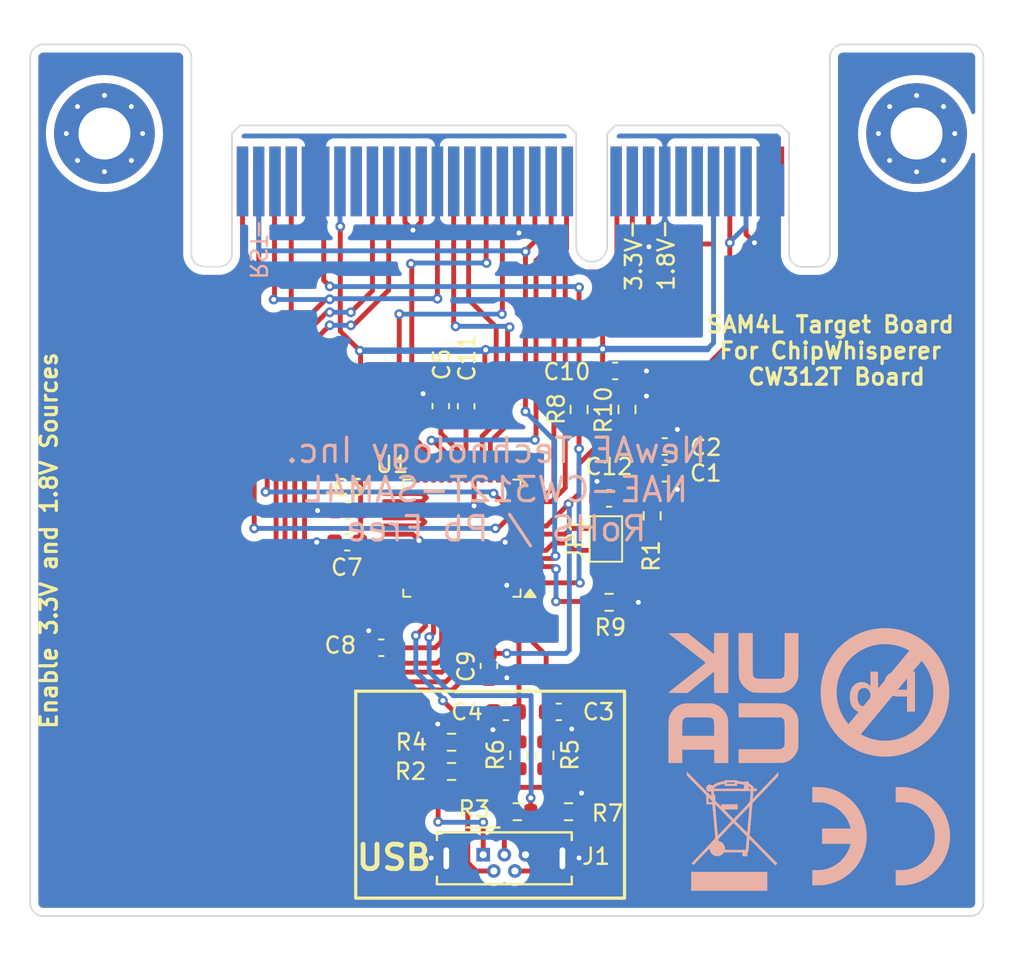
<source format=kicad_pcb>
(kicad_pcb (version 20240108) (generator "pcbnew") (generator_version "8.0")
  (layers (0 "F.Cu" signal) (31 "B.Cu" signal) (34 "B.Paste" user) (35 "F.Paste" user) (36 "B.SilkS" user "B.Silkscreen") (37 "F.SilkS" user "F.Silkscreen") (38 "B.Mask" user) (39 "F.Mask" user) (44 "Edge.Cuts" user))
  (net 0 "")
  (net 1 "/SHUNTH")
  (net 2 "GND")
  (net 3 "/USB_P")
  (net 4 "/USB_N")
  (net 5 "+3V3")
  (net 6 "Net-(U1-VDDOUT)")
  (net 7 "/ID")
  (net 8 "/D-")
  (net 9 "/+5")
  (net 10 "/D+")
  (net 11 "/SHUNTL")
  (net 12 "Net-(P1-FILTIN)")
  (net 21 "/PA05")
  (net 23 "/TMS")
  (net 24 "/USART_TX")
  (net 26 "/TDO{slash}SCK")
  (net 30 "/MISO")
  (net 33 "/TCK")
  (net 37 "/MOSI")
  (net 39 "/PA08")
  (net 44 "/RST")
  (net 45 "/CLKIN")
  (net 46 "/PA06")
  (net 49 "/PA07")
  (net 52 "/PA04")
  (net 53 "/TDI")
  (net 54 "/USART_RX")
  (net 55 "/PA19")
  (net 56 "/PA20")
  (net 57 "Net-(U1-PA00)")
  (net 58 "Net-(U1-PA02)")
  (net 59 "Net-(U1-CAPH)")
  (net 65 "Net-(U1-BIASH)")
  (footprint "Resistor_SMD:R_0603_1608Metric" (layer "F.Cu") (at 142.59 101.825 -90)
    (property "Reference" "R6")
    (property "Value" "RES_33R_0603")
  )
  (footprint "Capacitor_SMD:C_0603_1608Metric" (layer "F.Cu") (at 139.35 80.325 -90)
    (property "Reference" "C11")
    (property "Value" "CAP_100n_10V_0603")
  )
  (footprint "Capacitor_SMD:C_0603_1608Metric" (layer "F.Cu") (at 132.075 86.75)
    (property "Reference" "C6")
    (property "Value" "CAP_100n_10V_0603")
  )
  (footprint "Resistor_SMD:R_0603_1608Metric" (layer "F.Cu") (at 148.15 92.4 180)
    (property "Reference" "R9")
    (property "Value" "RES_10k_0603")
  )
  (footprint "Resistor_SMD:R_0603_1608Metric" (layer "F.Cu") (at 138.45 102.82 180)
    (property "Reference" "R2")
    (property "Value" "RES_47k_0603")
  )
  (footprint "Capacitor_SMD:C_0603_1608Metric" (layer "F.Cu") (at 141.8 99.15)
    (property "Reference" "C4")
    (property "Value" "CAP_47p_50V_0603")
  )
  (footprint "Silkscrren_Symbols:CE-Logo_8.5x6mm_SilkScreen" (layer "F.Cu") (at 164.9 106.8)
    (property "Reference" "PCB1" (hide yes))
    (property "Value" "CE Symbol" (hide yes))
  )
  (footprint "Capacitor_SMD:C_0603_1608Metric" (layer "F.Cu") (at 134.125 95.2)
    (property "Reference" "C8")
    (property "Value" "CAP_100n_10V_0603")
  )
  (footprint "Capacitor_SMD:C_0603_1608Metric" (layer "F.Cu") (at 151.575 82.8)
    (property "Reference" "C2")
    (property "Value" "CAP_2u2_6.3V_0603")
  )
  (footprint "Connector_USB:USB_Micro-B_Wuerth_614105150721_Vertical" (layer "F.Cu") (at 140.4 107.95)
    (property "Reference" "J1")
    (property "Value" "614105150721")
  )
  (footprint "Resistor_SMD:R_0603_1608Metric" (layer "F.Cu") (at 142.5 105.3)
    (property "Reference" "R3")
    (property "Value" "RES_1k5_0603")
  )
  (footprint "Jumper:SolderJumper-2_P1.3mm_Open_Pad1.0x1.5mm" (layer "F.Cu") (at 147.95 88.500001 -90)
    (property "Reference" "JP1")
    (property "Value" "~")
  )
  (footprint "Resistor_SMD:R_0603_1608Metric" (layer "F.Cu") (at 144.2 101.825 -90)
    (property "Reference" "R5")
    (property "Value" "RES_33R_0603")
  )
  (footprint "tutorial_2_library:CW312_Template" (layer "F.Cu") (at 117.08 63.525)
    (property "Reference" "P1" (hide yes))
    (property "Value" "PCIEx4 EDGE CONNECTOR")
    (fp_line (start -4.57 -4.69) (end -4.57 47.4) (stroke (width 0.1)) (layer "Edge.Cuts"))
    (fp_line (start 4.55 -5.49) (end -3.77 -5.49) (stroke (width 0.1)) (layer "Edge.Cuts"))
    (fp_line (start 5.35 7.4) (end 5.35 -4.69) (stroke (width 0.1)) (layer "Edge.Cuts"))
    (fp_line (start 7.05 8.2) (end 6.15 8.2) (stroke (width 0.1)) (layer "Edge.Cuts"))
    (fp_line (start 7.85 0) (end 8.35 -0.5) (stroke (width 0.1)) (layer "Edge.Cuts"))
    (fp_line (start 7.85 7.4) (end 7.85 0) (stroke (width 0.1)) (layer "Edge.Cuts"))
    (fp_line (start 28.55 -0.5) (end 8.35 -0.5) (stroke (width 0.1)) (layer "Edge.Cuts"))
    (fp_line (start 29.05 0) (end 28.55 -0.5) (stroke (width 0.1)) (layer "Edge.Cuts"))
    (fp_line (start 29.05 6.95) (end 29.05 0) (stroke (width 0.1)) (layer "Edge.Cuts"))
    (fp_line (start 30.95 0) (end 31.45 -0.5) (stroke (width 0.1)) (layer "Edge.Cuts"))
    (fp_line (start 30.95 6.95) (end 30.95 0) (stroke (width 0.1)) (layer "Edge.Cuts"))
    (fp_line (start 41.65 -0.5) (end 31.45 -0.5) (stroke (width 0.1)) (layer "Edge.Cuts"))
    (fp_line (start 42.15 0) (end 41.65 -0.5) (stroke (width 0.1)) (layer "Edge.Cuts"))
    (fp_line (start 42.15 7.41) (end 42.15 0) (stroke (width 0.1)) (layer "Edge.Cuts"))
    (fp_line (start 42.95 8.21) (end 43.86 8.21) (stroke (width 0.1)) (layer "Edge.Cuts"))
    (fp_line (start 44.66 7.41) (end 44.66 -4.69) (stroke (width 0.1)) (layer "Edge.Cuts"))
    (fp_line (start 45.46 -5.49) (end 53.31 -5.49) (stroke (width 0.1)) (layer "Edge.Cuts"))
    (fp_line (start 53.31 48.2) (end -3.77 48.2) (stroke (width 0.1)) (layer "Edge.Cuts"))
    (fp_line (start 54.11 -4.69) (end 54.11 47.4) (stroke (width 0.1)) (layer "Edge.Cuts"))
    (fp_arc (start -4.57 -4.69) (mid -4.335685 -5.255685) (end -3.77 -5.49) (stroke (width 0.1)) (layer "Edge.Cuts"))
    (fp_arc (start -3.77 48.2) (mid -4.335685 47.965685) (end -4.57 47.4) (stroke (width 0.1)) (layer "Edge.Cuts"))
    (fp_arc (start 4.55 -5.49) (mid 5.115685 -5.255685) (end 5.35 -4.69) (stroke (width 0.1)) (layer "Edge.Cuts"))
    (fp_arc (start 6.15 8.2) (mid 5.584315 7.965685) (end 5.35 7.4) (stroke (width 0.1)) (layer "Edge.Cuts"))
    (fp_arc (start 7.85 7.4) (mid 7.615685 7.965685) (end 7.05 8.2) (stroke (width 0.1)) (layer "Edge.Cuts"))
    (fp_arc (start 30.95 6.95) (mid 30 7.9) (end 29.05 6.95) (stroke (width 0.1)) (layer "Edge.Cuts"))
    (fp_arc (start 42.95 8.21) (mid 42.384315 7.975685) (end 42.15 7.41) (stroke (width 0.1)) (layer "Edge.Cuts"))
    (fp_arc (start 44.66 -4.69) (mid 44.894315 -5.255685) (end 45.46 -5.49) (stroke (width 0.1)) (layer "Edge.Cuts"))
    (fp_arc (start 44.66 7.41) (mid 44.425685 7.975685) (end 43.86 8.21) (stroke (width 0.1)) (layer "Edge.Cuts"))
    (fp_arc (start 53.31 -5.49) (mid 53.875685 -5.255685) (end 54.11 -4.69) (stroke (width 0.1)) (layer "Edge.Cuts"))
    (fp_arc (start 54.11 47.4) (mid 53.875685 47.965685) (end 53.31 48.2) (stroke (width 0.1)) (layer "Edge.Cuts"))
  )
  (footprint "Silkscrren_Symbols:Pb_Free_8.0x8.0mm_SilkScreen" (layer "F.Cu") (at 164.4 97.95)
    (property "Reference" "PCB2" (hide yes))
    (property "Value" "Pb_Free Symbol" (hide yes))
  )
  (footprint "Capacitor_SMD:C_0603_1608Metric" (layer "F.Cu") (at 151.575 84.45 180)
    (property "Reference" "C1")
    (property "Value" "CAP_100n_10V_0603")
  )
  (footprint "Capacitor_SMD:C_0603_1608Metric" (layer "F.Cu") (at 137.784949 80.314435 -90)
    (property "Reference" "C5")
    (property "Value" "CAP_100n_10V_0603")
  )
  (footprint "Capacitor_SMD:C_0603_1608Metric" (layer "F.Cu") (at 148.15 86 180)
    (property "Reference" "C12")
    (property "Value" "CAP_2u2_6.3V_0603")
  )
  (footprint "Resistor_SMD:R_0603_1608Metric" (layer "F.Cu") (at 149.25 80.525 90)
    (property "Reference" "R10")
    (property "Value" "RES_2k2_0603")
  )
  (footprint "Resistor_SMD:R_0603_1608Metric" (layer "F.Cu") (at 138.45 101.02)
    (property "Reference" "R4")
    (property "Value" "RES_68k_0603")
  )
  (footprint "Silkscrren_Symbols:WEEE-Logo_5.6x8mm_SilkScreen" (layer "F.Cu") (at 154.666666 106.153985)
    (property "Reference" "PCB4" (hide yes))
    (property "Value" "WEEE SYMBOL" (hide yes))
  )
  (footprint "Resistor_SMD:R_0603_1608Metric" (layer "F.Cu") (at 146.3 80.525 90)
    (property "Reference" "R8")
    (property "Value" "RES_51R_0603")
  )
  (footprint "Resistor_SMD:R_0603_1608Metric" (layer "F.Cu") (at 145.65 105.3 180)
    (property "Reference" "R7")
    (property "Value" "RES_1k5_0603")
  )
  (footprint "Resistor_SMD:R_0603_1608Metric" (layer "F.Cu") (at 150.8 87.075 90)
    (property "Reference" "R1")
    (property "Value" "RES_10R_0603")
  )
  (footprint "Capacitor_SMD:C_0603_1608Metric" (layer "F.Cu") (at 132.025 88.7)
    (property "Reference" "C7")
    (property "Value" "CAP_100n_10V_0603")
  )
  (footprint "Silkscrren_Symbols:UKCA-Logo_8x8mm_SilkScreen" (layer "F.Cu") (at 155.169899 98.300334)
    (property "Reference" "PCB3" (hide yes))
    (property "Value" "UKCA symbol" (hide yes))
  )
  (footprint "Package_QFP:LQFP-48_7x7mm_P0.5mm" (layer "F.Cu") (at 139.0875 88.45 180)
    (property "Reference" "U1")
    (property "Value" "ATSAM4LC2AA-AU")
  )
  (footprint "Capacitor_SMD:C_0603_1608Metric" (layer "F.Cu") (at 140.75 96.325 90)
    (property "Reference" "C9")
    (property "Value" "CAP_100n_10V_0603")
  )
  (footprint "Capacitor_SMD:C_0603_1608Metric" (layer "F.Cu") (at 148.525 78.15 180)
    (property "Reference" "C10")
    (property "Value" "CAP_100n_10V_0603")
  )
  (footprint "Capacitor_SMD:C_0603_1608Metric" (layer "F.Cu") (at 145.05 99.15 180)
    (property "Reference" "C3")
    (property "Value" "CAP_47p_50V_0603")
  )
  (gr_line (start 126.6 69.05) (end 126.6 69.8) (stroke (width 0.15)) (layer "B.SilkS"))
  (gr_line (start 149.6 69.05) (end 149.6 69.8) (stroke (width 0.15)) (layer "F.SilkS"))
  (gr_line (start 151.6 69.05) (end 151.6 69.8) (stroke (width 0.15)) (layer "F.SilkS"))
  (gr_rect (start 132.55 97.875) (end 149.1 110.625) (stroke (width 0.2)) (fill none) (layer "F.SilkS"))
  (gr_text "RST" (at 125.95 72.6 -90) (layer "B.SilkS") (effects (font (size 1 1)) (justify left bottom mirror)))
  (gr_text "NewAE Technology Inc.\nNAE-CW312T-SAM4L\nRoHS / Pb Free" (at 141.2 88.75 0) (layer "B.SilkS") (effects (font (size 1.5 1.5) (thickness 0.2) (bold yes)) (justify bottom mirror)))
  (gr_text "Enable 3.3V and 1.8V Sources" (at 114.25 100.3 90) (layer "F.SilkS") (effects (font (size 1 1) (thickness 0.2) (bold yes)) (justify left bottom)))
  (gr_text "3.3V" (at 150.25 73.3 90) (layer "F.SilkS") (effects (font (size 1 1)) (justify left bottom)))
  (gr_text "USB" (at 132.45 109 0) (layer "F.SilkS") (effects (font (size 1.5 1.5) (thickness 0.3) (bold yes)) (justify left bottom)))
  (gr_text "1.8V" (at 152.25 73.3 90) (layer "F.SilkS") (effects (font (size 1 1)) (justify left bottom)))
  (gr_text "SAM4L Target Board \nFor ChipWhisperer \nCW312T Board" (at 162.15 79.1 0) (layer "F.SilkS") (effects (font (size 1 1) (thickness 0.2) (bold yes)) (justify bottom)))
  (segment (start 157.6 66.495) (end 157.58 66.475) (width 0.2) (layer "F.Cu") (net 1))
  (segment (start 150.8 81.2) (end 150.8 82.8) (width 0.3) (layer "F.Cu") (net 1))
  (segment (start 150.8 82.8) (end 150.8 84.45) (width 0.3) (layer "F.Cu") (net 1))
  (segment (start 150.8 86.65) (end 150.95 86.8) (width 0.2) (layer "F.Cu") (net 1))
  (segment (start 155.58 76.42) (end 150.8 81.2) (width 0.3) (layer "F.Cu") (net 1))
  (segment (start 155.58 70.25) (end 155.58 76.42) (width 0.3) (layer "F.Cu") (net 1))
  (segment (start 155.58 66.475) (end 155.58 70.25) (width 0.3) (layer "F.Cu") (net 1))
  (segment (start 155.1 86.8) (end 158.18 83.72) (width 0.2) (layer "F.Cu") (net 1))
  (segment (start 158.18 83.72) (end 158.18 70.28) (width 0.2) (layer "F.Cu") (net 1))
  (segment (start 150.8 84.45) (end 150.8 86.25) (width 0.3) (layer "F.Cu") (net 1))
  (segment (start 158.18 70.28) (end 157.6 69.7) (width 0.2) (layer "F.Cu") (net 1))
  (segment (start 150.95 86.8) (end 155.1 86.8) (width 0.2) (layer "F.Cu") (net 1))
  (segment (start 157.6 69.7) (end 157.6 66.495) (width 0.2) (layer "F.Cu") (net 1))
  (segment (start 150.8 86.25) (end 150.8 86.65) (width 0.2) (layer "F.Cu") (net 1))
  (via (at 155.58 70.25) (size 0.6) (drill 0.3) (layers "F.Cu" "B.Cu") (net 1))
  (segment (start 155.58 70.25) (end 155.58 70.22) (width 0.3) (layer "B.Cu") (net 1))
  (segment (start 155.58 70.22) (end 156.58 69.22) (width 0.3) (layer "B.Cu") (net 1))
  (segment (start 156.58 69.22) (end 156.58 66.475) (width 0.3) (layer "B.Cu") (net 1))
  (segment (start 152.35 82.8) (end 152.35 81.75) (width 0.3) (layer "F.Cu") (net 2))
  (segment (start 149.25 79.7) (end 150.45 79.7) (width 0.3) (layer "F.Cu") (net 2))
  (segment (start 131.3 86.75) (end 130.2 86.75) (width 0.3) (layer "F.Cu") (net 2))
  (segment (start 131.25 88.7) (end 130.15 88.7) (width 0.3) (layer "F.Cu") (net 2))
  (segment (start 145.825 100.175) (end 145.85 100.2) (width 0.2) (layer "F.Cu") (net 2))
  (segment (start 143.25 88.7) (end 141.75 88.7) (width 0.3) (layer "F.Cu") (net 2))
  (segment (start 142.58 66.475) (end 142.58 69.63) (width 0.3) (layer "F.Cu") (net 2))
  (segment (start 150.58 66.475) (end 150.58 70.48) (width 0.3) (layer "F.Cu") (net 2))
  (segment (start 146.475 104.175) (end 146.45 104.15) (width 0.2) (layer "F.Cu") (net 2))
  (segment (start 140.75 97.1) (end 141.8 97.1) (width 0.3) (layer "F.Cu") (net 2))
  (segment (start 147.4 84.95) (end 147.375 84.975) (width 0.3) (layer "F.Cu") (net 2))
  (segment (start 149.2 79.65) (end 149.25 79.7) (width 0.2) (layer "F.Cu") (net 2))
  (segment (start 137.625 101.02) (end 137.625 99.925) (width 0.3) (layer "F.Cu") (net 2))
  (segment (start 139.8375 86.4625) (end 139.8375 84.2875) (width 0.3) (layer "F.Cu") (net 2))
  (segment (start 141.8 97.1) (end 141.85 97.05) (width 0.2) (layer "F.Cu") (net 2))
  (segment (start 142.58 69.63) (end 142.6 69.65) (width 0.3) (layer "F.Cu") (net 2))
  (segment (start 136.58 68.97) (end 136.58 66.475) (width 0.3) (layer "F.Cu") (net 2))
  (segment (start 137.795514 79.55) (end 137.784949 79.539435) (width 0.2) (layer "F.Cu") (net 2))
  (segment (start 149.3 78.15) (end 150.45 78.15) (width 0.3) (layer "F.Cu") (net 2))
  (segment (start 156.58 69.73) (end 157.1 70.25) (width 0.3) (layer "F.Cu") (net 2))
  (segment (start 152.35 84.45) (end 152.35 85.45) (width 0.3) (layer "F.Cu") (net 2))
  (segment (start 146.475 105.3) (end 146.475 104.175) (width 0.3) (layer "F.Cu") (net 2))
  (segment (start 136.05 88.2) (end 136.45 88.6) (width 0.3) (layer "F.Cu") (net 2))
  (segment (start 138.125 108.17) (end 137.22 108.17) (width 0.3) (layer "F.Cu") (net 2))
  (segment (start 137.795514 79.55) (end 136.7 79.55) (width 0.3) (layer "F.Cu") (net 2))
  (segment (start 134.925 88.2) (end 136.05 88.2) (width 0.3) (layer "F.Cu") (net 2))
  (segment (start 147.375 84.975) (end 147.375 86) (width 0.3) (layer "F.Cu") (net 2))
  (segment (start 139.35 79.55) (end 137.795514 79.55) (width 0.3) (layer "F.Cu") (net 2))
  (segment (start 156.58 66.475) (end 156.58 69.73) (width 0.3) (layer "F.Cu") (net 2))
  (segment (start 137.625 99.925) (end 137.6 99.9) (width 0.2) (layer "F.Cu") (net 2))
  (segment (start 135.58 68.98) (end 135.58 66.475) (width 0.3) (layer "F.Cu") (net 2))
  (segment (start 145.825 99.15) (end 145.825 100.175) (width 0.3) (layer "F.Cu") (net 2))
  (segment (start 141.025 100.225) (end 141 100.25) (width 0.2) (layer "F.Cu") (net 2))
  (segment (start 141.025 99.15) (end 141.025 100.225) (width 0.3) (layer "F.Cu") (net 2))
  (segment (start 133.35 95.2) (end 133.35 94.15) (width 0.3) (layer "F.Cu") (net 2))
  (segment (start 150.58 70.48) (end 150.6 70.5) (width 0.3) (layer "F.Cu") (net 2))
  (segment (start 136.075 69.475) (end 136.58 68.97) (width 0.3) (layer "F.Cu") (net 2))
  (segment (start 141.8375 92.6125) (end 141.8375 91.3625) (width 0.3) (layer "F.Cu") (net 2))
  (segment (start 137.22 108.17) (end 137.2 108.15) (width 0.2) (layer "F.Cu") (net 2))
  (segment (start 145.275 108.17) (end 146.28 108.17) (width 0.3) (layer "F.Cu") (net 2))
  (segment (start 148.975 92.4) (end 149.95 92.4) (width 0.3) (layer "F.Cu") (net 2))
  (segment (start 136.075 69.475) (end 135.58 68.98) (width 0.3) (layer "F.Cu") (net 2))
  (segment (start 141.8375 91.3625) (end 141.85 91.35) (width 0.2) (layer "F.Cu") (net 2))
  (segment (start 146.28 108.17) (end 146.3 108.15) (width 0.2) (layer "F.Cu") (net 2))
  (via (at 139.8375 86.4625) (size 0.6) (drill 0.3) (layers "F.Cu" "B.Cu") (net 2))
  (via (at 141.75 88.7) (size 0.6) (drill 0.3) (layers "F.Cu" "B.Cu") (net 2))
  (via (at 146.3 108.15) (size 0.6) (drill 0.3) (layers "F.Cu" "B.Cu") (net 2))
  (via (at 141.85 91.35) (size 0.6) (drill 0.3) (layers "F.Cu" "B.Cu") (net 2))
  (via (at 136.45 88.6) (size 0.6) (drill 0.3) (layers "F.Cu" "B.Cu") (net 2))
  (via (at 150.45 78.15) (size 0.6) (drill 0.3) (layers "F.Cu" "B.Cu") (net 2))
  (via (at 149.95 92.4) (size 0.6) (drill 0.3) (layers "F.Cu" "B.Cu") (net 2))
  (via (at 137.6 99.9) (size 0.6) (drill 0.3) (layers "F.Cu" "B.Cu") (net 2))
  (via (at 146.45 104.15) (size 0.6) (drill 0.3) (layers "F.Cu" "B.Cu") (net 2))
  (via (at 133.35 94.15) (size 0.6) (drill 0.3) (layers "F.Cu" "B.Cu") (net 2))
  (via (at 142.6 69.65) (size 0.6) (drill 0.3) (layers "F.Cu" "B.Cu") (net 2))
  (via (at 136.075 69.475) (size 0.6) (drill 0.3) (layers "F.Cu" "B.Cu") (net 2))
  (via (at 150.6 70.5) (size 0.6) (drill 0.3) (layers "F.Cu" "B.Cu") (net 2))
  (via (at 157.1 70.25) (size 0.6) (drill 0.3) (layers "F.Cu" "B.Cu") (net 2))
  (via (at 130.15 88.7) (size 0.6) (drill 0.3) (layers "F.Cu" "B.Cu") (net 2))
  (via (at 150.45 79.7) (size 0.6) (drill 0.3) (layers "F.Cu" "B.Cu") (net 2))
  (via (at 152.35 85.45) (size 0.6) (drill 0.3) (layers "F.Cu" "B.Cu") (net 2))
  (via (at 147.4 84.95) (size 0.6) (drill 0.3) (layers "F.Cu" "B.Cu") (net 2))
  (via (at 137.2 108.15) (size 0.6) (drill 0.3) (layers "F.Cu" "B.Cu") (net 2))
  (via (at 130.2 86.75) (size 0.6) (drill 0.3) (layers "F.Cu" "B.Cu") (net 2))
  (via (at 141.85 97.05) (size 0.6) (drill 0.3) (layers "F.Cu" "B.Cu") (net 2))
  (via (at 152.35 81.75) (size 0.6) (drill 0.3) (layers "F.Cu" "B.Cu") (net 2))
  (via (at 136.7 79.55) (size 0.6) (drill 0.3) (layers "F.Cu" "B.Cu") (net 2))
  (via (at 141 100.25) (size 0.6) (drill 0.3) (layers "F.Cu" "B.Cu") (net 2))
  (via (at 145.85 100.2) (size 0.6) (drill 0.3) (layers "F.Cu" "B.Cu") (net 2))
  (segment (start 141.3375 92.6125) (end 141.3375 93.830394) (width 0.3) (layer "F.Cu") (net 3))
  (segment (start 141.3375 93.830394) (end 141.557106 94.05) (width 0.3) (layer "F.Cu") (net 3))
  (segment (start 141.557106 94.05) (end 142.65 94.05) (width 0.3) (layer "F.Cu") (net 3))
  (segment (start 144.275 95.675) (end 144.275 99.15) (width 0.3) (layer "F.Cu") (net 3))
  (segment (start 144.275 99.15) (end 144.275 100.925) (width 0.3) (layer "F.Cu") (net 3))
  (segment (start 144.275 100.925) (end 144.2 101) (width 0.3) (layer "F.Cu") (net 3))
  (segment (start 142.65 94.05) (end 144.275 95.675) (width 0.3) (layer "F.Cu") (net 3))
  (segment (start 142.25 94.55) (end 142.6 94.9) (width 0.3) (layer "F.Cu") (net 4))
  (segment (start 142.575 99.15) (end 142.575 100.985) (width 0.3) (layer "F.Cu") (net 4))
  (segment (start 142.6 99.125) (end 142.575 99.15) (width 0.3) (layer "F.Cu") (net 4))
  (segment (start 140.8375 94.037501) (end 141.349999 94.55) (width 0.3) (layer "F.Cu") (net 4))
  (segment (start 141.349999 94.55) (end 142.25 94.55) (width 0.3) (layer "F.Cu") (net 4))
  (segment (start 142.575 100.985) (end 142.59 101) (width 0.3) (layer "F.Cu") (net 4))
  (segment (start 142.6 94.9) (end 142.6 99.125) (width 0.3) (layer "F.Cu") (net 4))
  (segment (start 140.8375 92.6125) (end 140.8375 94.037501) (width 0.3) (layer "F.Cu") (net 4))
  (segment (start 132.8 88.7) (end 132.8 91.7) (width 0.3) (layer "F.Cu") (net 5))
  (segment (start 132.8 76.9) (end 132.85 76.95) (width 0.3) (layer "F.Cu") (net 5))
  (segment (start 141.85 95.55) (end 140.75 95.55) (width 0.3) (layer "F.Cu") (net 5))
  (segment (start 140.45 81.1) (end 139.35 81.1) (width 0.3) (layer "F.Cu") (net 5))
  (segment (start 132.8 91.7) (end 134.9 93.8) (width 0.3) (layer "F.Cu") (net 5))
  (segment (start 137.8375 94.8125) (end 137.45 95.2) (width 0.3) (layer "F.Cu") (net 5))
  (segment (start 137.45 95.2) (end 134.9 95.2) (width 0.3) (layer "F.Cu") (net 5))
  (segment (start 132.85 86.75) (end 132.85 88.65) (width 0.3) (layer "F.Cu") (net 5))
  (segment (start 132.85 76.95) (end 132.85 86.75) (width 0.3) (layer "F.Cu") (net 5))
  (segment (start 137.8375 92.6125) (end 137.8375 94.8125) (width 0.3) (layer "F.Cu") (net 5))
  (segment (start 138.8375 84.2875) (end 138.8375 83.0375) (width 0.3) (layer "F.Cu") (net 5))
  (segment (start 137.784949 81.089435) (end 139.339435 81.089435) (width 0.3) (layer "F.Cu") (net 5))
  (segment (start 140.3375 93.45312) (end 140.337499 92.6125) (width 0.3) (layer "F.Cu") (net 5))
  (segment (start 132.85 88.65) (end 132.8 88.7) (width 0.2) (layer "F.Cu") (net 5))
  (segment (start 147.75 74.25) (end 149.58 72.42) (width 0.3) (layer "F.Cu") (net 5))
  (segment (start 134.925 88.7) (end 132.8 88.7) (width 0.3) (layer "F.Cu") (net 5))
  (segment (start 140.75 95.55) (end 140.75 94.9) (width 0.3) (layer "F.Cu") (net 5))
  (segment (start 146.3 85.7) (end 146.3 83.869239) (width 0.3) (layer "F.Cu") (net 5))
  (segment (start 134.9 93.8) (end 134.9 95.2) (width 0.3) (layer "F.Cu") (net 5))
  (segment (start 146.3 83.869239) (end 147.75 82.419239) (width 0.3) (layer "F.Cu") (net 5))
  (segment (start 138.8375 83.0375) (end 137.784949 81.984949) (width 0.3) (layer "F.Cu") (net 5))
  (segment (start 140.5 81.05) (end 140.45 81.1) (width 0.3) (layer "F.Cu") (net 5))
  (segment (start 134.925 86.7) (end 132.9 86.7) (width 0.3) (layer "F.Cu") (net 5))
  (segment (start 139.339435 81.089435) (end 139.35 81.1) (width 0.3) (layer "F.Cu") (net 5))
  (segment (start 140.3375 94.4875) (end 140.3375 93.45312) (width 0.3) (layer "F.Cu") (net 5))
  (segment (start 145.65 86.35) (end 144.3 87.7) (width 0.3) (layer "F.Cu") (net 5))
  (segment (start 137.784949 81.984949) (end 137.784949 81.089435) (width 0.3) (layer "F.Cu") (net 5))
  (segment (start 144.3 87.7) (end 143.25 87.7) (width 0.3) (layer "F.Cu") (net 5))
  (segment (start 145.65 86.35) (end 146.3 85.7) (width 0.3) (layer "F.Cu") (net 5))
  (segment (start 140.5 76.9) (end 140.5 81.05) (width 0.3) (layer "F.Cu") (net 5))
  (segment (start 131.6 75.7) (end 131.6 69.25) (width 0.3) (layer "F.Cu") (net 5))
  (segment (start 140.55 76.85) (end 140.5 76.9) (width 0.3) (layer "F.Cu") (net 5))
  (segment (start 139.3375 81.1125) (end 139.35 81.1) (width 0.2) (layer "F.Cu") (net 5))
  (segment (start 132.8 76.9) (end 131.6 75.7) (width 0.3) (layer "F.Cu") (net 5))
  (segment (start 140.75 94.9) (end 140.3375 94.4875) (width 0.3) (layer "F.Cu") (net 5))
  (segment (start 139.3375 84.2875) (end 139.3375 81.1125) (width 0.3) (layer "F.Cu") (net 5))
  (segment (start 149.58 72.42) (end 149.58 66.475) (width 0.3) (layer "F.Cu") (net 5))
  (segment (start 147.75 76.8) (end 147.75 74.25) (width 0.3) (layer "F.Cu") (net 5))
  (segment (start 137.837501 92.6125) (end 137.8375 92.6125) (width 0.3) (layer "F.Cu") (net 5))
  (segment (start 147.75 82.419239) (end 147.75 78.15) (width 0.3) (layer "F.Cu") (net 5))
  (segment (start 147.75 76.8) (end 147.75 78.15) (width 0.3) (layer "F.Cu") (net 5))
  (via (at 145.65 86.35) (size 0.6) (drill 0.3) (layers "F.Cu" "B.Cu") (net 5))
  (via (at 147.75 76.8) (size 0.6) (drill 0.3) (layers "F.Cu" "B.Cu") (net 5))
  (via (at 141.85 95.55) (size 0.6) (drill 0.3) (layers "F.Cu" "B.Cu") (net 5))
  (via (at 132.8 76.9) (size 0.6) (drill 0.3) (layers "F.Cu" "B.Cu") (net 5))
  (via (at 140.55 76.85) (size 0.6) (drill 0.3) (layers "F.Cu" "B.Cu") (net 5))
  (via (at 131.6 69.25) (size 0.6) (drill 0.3) (layers "F.Cu" "B.Cu") (net 5))
  (segment (start 131.58 69.23) (end 131.6 69.25) (width 0.2) (layer "B.Cu") (net 5))
  (segment (start 154.58 76.42) (end 154.58 66.475) (width 0.3) (layer "B.Cu") (net 5))
  (segment (start 145.5 95.55) (end 145.7 95.35) (width 0.3) (layer "B.Cu") (net 5))
  (segment (start 141.85 95.55) (end 145.5 95.55) (width 0.3) (layer "B.Cu") (net 5))
  (segment (start 145.7 95.35) (end 145.7 86.4) (width 0.3) (layer "B.Cu") (net 5))
  (segment (start 145.7 86.4) (end 145.65 86.35) (width 0.3) (layer "B.Cu") (net 5))
  (segment (start 147.7 76.85) (end 147.75 76.8) (width 0.4) (layer "B.Cu") (net 5))
  (segment (start 147.75 76.8) (end 154.2 76.8) (width 0.4) (layer "B.Cu") (net 5))
  (segment (start 140.55 76.85) (end 147.7 76.85) (width 0.4) (layer "B.Cu") (net 5))
  (segment (start 154.2 76.8) (end 154.58 76.42) (width 0.3) (layer "B.Cu") (net 5))
  (segment (start 140.4 76.9) (end 132.8 76.9) (width 0.4) (layer "B.Cu") (net 5))
  (segment (start 131.58 66.475) (end 131.58 69.23) (width 0.3) (layer "B.Cu") (net 5))
  (segment (start 149.25 81.35) (end 149.25 82.7) (width 0.3) (layer "F.Cu") (net 6))
  (segment (start 149.75 86.25) (end 149.5 86) (width 0.3) (layer "F.Cu") (net 6))
  (segment (start 149.25 82.7) (end 148.925 83.025) (width 0.3) (layer "F.Cu") (net 6))
  (segment (start 143.25 88.2) (end 145.45 88.2) (width 0.3) (layer "F.Cu") (net 6))
  (segment (start 149.4 87.8) (end 149.75 87.45) (width 0.3) (layer "F.Cu") (net 6))
  (segment (start 147.949998 87.8) (end 149.4 87.8) (width 0.3) (layer "F.Cu") (net 6))
  (segment (start 145.45 88.2) (end 145.799998 87.850002) (width 0.3) (layer "F.Cu") (net 6))
  (segment (start 148.925 83.025) (end 148.925 86) (width 0.3) (layer "F.Cu") (net 6))
  (segment (start 149.5 86) (end 148.925 86) (width 0.3) (layer "F.Cu") (net 6))
  (segment (start 145.799998 87.850002) (end 147.95 87.850002) (width 0.3) (layer "F.Cu") (net 6))
  (segment (start 149.75 87.45) (end 149.75 86.25) (width 0.3) (layer "F.Cu") (net 6))
  (segment (start 144.825 106.625) (end 144.15 107.3) (width 0.3) (layer "F.Cu") (net 7))
  (segment (start 143.85 108.95) (end 142.35 108.95) (width 0.3) (layer "F.Cu") (net 7))
  (segment (start 144.15 108.65) (end 143.85 108.95) (width 0.3) (layer "F.Cu") (net 7))
  (segment (start 144.15 107.3) (end 144.15 108.65) (width 0.3) (layer "F.Cu") (net 7))
  (segment (start 144.825 105.3) (end 144.825 106.625) (width 0.3) (layer "F.Cu") (net 7))
  (segment (start 141.6 102.65) (end 142.59 102.65) (width 0.3) (layer "F.Cu") (net 8))
  (segment (start 139.45 108.44) (end 139.45 104.8) (width 0.3) (layer "F.Cu") (net 8))
  (segment (start 139.45 104.8) (end 141.6 102.65) (width 0.3) (layer "F.Cu") (net 8))
  (segment (start 141.05 108.95) (end 139.96 108.95) (width 0.3) (layer "F.Cu") (net 8))
  (segment (start 139.96 108.95) (end 139.45 108.44) (width 0.3) (layer "F.Cu") (net 8))
  (segment (start 137.625 105.925) (end 137.625 102.82) (width 0.3) (layer "F.Cu") (net 9))
  (segment (start 140.4 107.95) (end 140.4 105.7) (width 0.3) (layer "F.Cu") (net 9))
  (via (at 140.4 105.95) (size 0.6) (drill 0.3) (layers "F.Cu" "B.Cu") (net 9))
  (via (at 137.625 105.925) (size 0.6) (drill 0.3) (layers "F.Cu" "B.Cu") (net 9))
  (segment (start 137.65 105.95) (end 140.4 105.95) (width 0.3) (layer "B.Cu") (net 9))
  (segment (start 137.625 105.925) (end 137.65 105.95) (width 0.3) (layer "B.Cu") (net 9))
  (segment (start 141.675 105.3) (end 141.65 105.325) (width 0.3) (layer "F.Cu") (net 10))
  (segment (start 141.675 104.425) (end 141.675 105.3) (width 0.3) (layer "F.Cu") (net 10))
  (segment (start 144.25 103.8) (end 142.3 103.8) (width 0.3) (layer "F.Cu") (net 10))
  (segment (start 144.25 102.3) (end 144.25 103.8) (width 0.3) (layer "F.Cu") (net 10))
  (segment (start 141.7 105.325) (end 141.7 107.95) (width 0.3) (layer "F.Cu") (net 10))
  (segment (start 141.675 105.3) (end 141.7 105.325) (width 0.3) (layer "F.Cu") (net 10))
  (segment (start 142.3 103.8) (end 141.675 104.425) (width 0.3) (layer "F.Cu") (net 10))
  (segment (start 150.8 88.45) (end 150.2 89.05) (width 0.3) (layer "F.Cu") (net 11))
  (segment (start 143.25 89.2) (end 144.277168 89.2) (width 0.3) (layer "F.Cu") (net 11))
  (segment (start 144.277168 89.2) (end 144.727168 88.75) (width 0.3) (layer "F.Cu") (net 11))
  (segment (start 150.8 87.9) (end 150.8 88.45) (width 0.3) (layer "F.Cu") (net 11))
  (segment (start 158.58 83.885686) (end 155.265686 87.2) (width 0.2) (layer "F.Cu") (net 11))
  (segment (start 158.58 66.475) (end 158.58 83.885686) (width 0.2) (layer "F.Cu") (net 11))
  (segment (start 146 89.2) (end 148.15 89.2) (width 0.3) (layer "F.Cu") (net 11))
  (segment (start 150.15 89.1) (end 147.95 89.1) (width 0.3) (layer "F.Cu") (net 11))
  (segment (start 150.2 89.05) (end 150.15 89.1) (width 0.3) (layer "F.Cu") (net 11))
  (segment (start 147.9 89.05) (end 147.95 89.1) (width 0.2) (layer "F.Cu") (net 11))
  (segment (start 150.95 87.2) (end 150.8 87.35) (width 0.2) (layer "F.Cu") (net 11))
  (segment (start 144.727168 88.75) (end 145.55 88.75) (width 0.3) (layer "F.Cu") (net 11))
  (segment (start 150.8 87.35) (end 150.8 87.9) (width 0.2) (layer "F.Cu") (net 11))
  (segment (start 155.265686 87.2) (end 150.95 87.2) (width 0.2) (layer "F.Cu") (net 11))
  (segment (start 145.55 88.75) (end 146 89.2) (width 0.3) (layer "F.Cu") (net 11))
  (segment (start 154.58 66.475) (end 154.58 70.33) (width 0.3) (layer "F.Cu") (net 12))
  (segment (start 151.58 70.33) (end 151.58 66.475) (width 0.3) (layer "F.Cu") (net 12))
  (segment (start 154.58 70.33) (end 151.58 70.33) (width 0.3) (layer "F.Cu") (net 12))
  (segment (start 144.35 85.7) (end 143.25 85.7) (width 0.3) (layer "F.Cu") (net 21))
  (segment (start 144.75 85.3) (end 144.75 71.4) (width 0.3) (layer "F.Cu") (net 21))
  (segment (start 145.53 70.62) (end 145.53 66.475) (width 0.3) (layer "F.Cu") (net 21))
  (segment (start 144.75 85.3) (end 144.35 85.7) (width 0.3) (layer "F.Cu") (net 21))
  (segment (start 144.75 71.4) (end 145.53 70.62) (width 0.3) (layer "F.Cu") (net 21))
  (segment (start 142.035136 86.7) (end 143.25 86.7) (width 0.3) (layer "F.Cu") (net 23))
  (segment (start 127.1 75.65) (end 126.58 75.13) (width 0.3) (layer "F.Cu") (net 23))
  (segment (start 127.1 85.5) (end 127.1 75.65) (width 0.3) (layer "F.Cu") (net 23))
  (segment (start 126.58 75.13) (end 126.58 67.025) (width 0.3) (layer "F.Cu") (net 23))
  (segment (start 141.035136 85.7) (end 142.035136 86.7) (width 0.3) (layer "F.Cu") (net 23))
  (segment (start 127 85.6) (end 127.1 85.5) (width 0.3) (layer "F.Cu") (net 23))
  (via (at 141.035136 85.7) (size 0.6) (drill 0.3) (layers "F.Cu" "B.Cu") (net 23))
  (via (at 127 85.6) (size 0.6) (drill 0.3) (layers "F.Cu" "B.Cu") (net 23))
  (segment (start 140.935136 85.6) (end 141.035136 85.7) (width 0.3) (layer "B.Cu") (net 23))
  (segment (start 127 85.6) (end 140.935136 85.6) (width 0.3) (layer "B.Cu") (net 23))
  (segment (start 135.23 74.65) (end 135.23 82.08) (width 0.3) (layer "F.Cu") (net 24))
  (segment (start 135.23 82.08) (end 136.3375 83.1875) (width 0.3) (layer "F.Cu") (net 24))
  (segment (start 141.55 74.65) (end 141.55 74.56) (width 0.3) (layer "F.Cu") (net 24))
  (segment (start 141.58 74.53) (end 141.58 66.475) (width 0.3) (layer "F.Cu") (net 24))
  (segment (start 136.3375 83.1875) (end 136.3375 84.2875) (width 0.3) (layer "F.Cu") (net 24))
  (segment (start 141.55 74.56) (end 141.58 74.53) (width 0.3) (layer "F.Cu") (net 24))
  (via (at 141.55 74.65) (size 0.6) (drill 0.3) (layers "F.Cu" "B.Cu") (net 24))
  (via (at 135.23 74.65) (size 0.6) (drill 0.3) (layers "F.Cu" "B.Cu") (net 24))
  (segment (start 141.55 74.65) (end 135.23 74.65) (width 0.3) (layer "B.Cu") (net 24))
  (segment (start 137.58 73.7) (end 137.58 66.475) (width 0.3) (layer "F.Cu") (net 26))
  (segment (start 138.1 97.3) (end 139.3375 96.0625) (width 0.3) (layer "F.Cu") (net 26))
  (segment (start 139.3375 96.0625) (end 139.3375 92.6125) (width 0.3) (layer "F.Cu") (net 26))
  (segment (start 130.95 73.736559) (end 130.713441 73.736559) (width 0.3) (layer "F.Cu") (net 26))
  (segment (start 129.8 97.3) (end 138.1 97.3) (width 0.3) (layer "F.Cu") (net 26))
  (segment (start 127.55 66.505) (end 127.58 66.475) (width 0.3) (layer "F.Cu") (net 26))
  (segment (start 128.2 76.25) (end 128.2 95.7) (width 0.3) (layer "F.Cu") (net 26))
  (segment (start 127.5 73.75) (end 127.55 73.7) (width 0.3) (layer "F.Cu") (net 26))
  (segment (start 128.2 95.7) (end 129.8 97.3) (width 0.3) (layer "F.Cu") (net 26))
  (segment (start 127.55 73.7) (end 127.55 66.505) (width 0.3) (layer "F.Cu") (net 26))
  (segment (start 130.713441 73.736559) (end 128.2 76.25) (width 0.3) (layer "F.Cu") (net 26))
  (via (at 130.95 73.736559) (size 0.6) (drill 0.3) (layers "F.Cu" "B.Cu") (net 26))
  (via (at 127.5 73.75) (size 0.6) (drill 0.3) (layers "F.Cu" "B.Cu") (net 26))
  (via (at 137.58 73.7) (size 0.6) (drill 0.3) (layers "F.Cu" "B.Cu") (net 26))
  (segment (start 130.986559 73.7) (end 130.95 73.736559) (width 0.3) (layer "B.Cu") (net 26))
  (segment (start 130.936559 73.75) (end 130.95 73.736559) (width 0.3) (layer "B.Cu") (net 26))
  (segment (start 127.5 73.75) (end 130.936559 73.75) (width 0.3) (layer "B.Cu") (net 26))
  (segment (start 137.58 73.7) (end 130.986559 73.7) (width 0.3) (layer "B.Cu") (net 26))
  (segment (start 129.4 76.886565) (end 129.4 95.1) (width 0.3) (layer "F.Cu") (net 30))
  (segment (start 129.4 95.1) (end 130.45 96.15) (width 0.3) (layer "F.Cu") (net 30))
  (segment (start 132.25 75.336565) (end 132.413435 75.336565) (width 0.3) (layer "F.Cu") (net 30))
  (segment (start 138.3375 95.3625) (end 138.3375 92.6125) (width 0.3) (layer "F.Cu") (net 30))
  (segment (start 132.413435 75.336565) (end 134.58 73.17) (width 0.3) (layer "F.Cu") (net 30))
  (segment (start 137.55 96.15) (end 138.3375 95.3625) (width 0.3) (layer "F.Cu") (net 30))
  (segment (start 134.58 73.17) (end 134.58 66.475) (width 0.3) (layer "F.Cu") (net 30))
  (segment (start 130.95 75.336565) (end 129.4 76.886565) (width 0.3) (layer "F.Cu") (net 30))
  (segment (start 130.45 96.15) (end 137.55 96.15) (width 0.3) (layer "F.Cu") (net 30))
  (via (at 132.25 75.336565) (size 0.6) (drill 0.3) (layers "F.Cu" "B.Cu") (net 30))
  (via (at 130.95 75.336565) (size 0.6) (drill 0.3) (layers "F.Cu" "B.Cu") (net 30))
  (segment (start 132.25 75.336565) (end 130.95 75.336565) (width 0.3) (layer "B.Cu") (net 30))
  (segment (start 141.15 87.85) (end 141.3 87.85) (width 0.3) (layer "F.Cu") (net 33))
  (segment (start 141.3 87.85) (end 141.949999 87.200001) (width 0.3) (layer "F.Cu") (net 33))
  (segment (start 126.3 75.85) (end 125.58 75.13) (width 0.3) (layer "F.Cu") (net 33))
  (segment (start 141.949999 87.200001) (end 143.25 87.200001) (width 0.3) (layer "F.Cu") (net 33))
  (segment (start 125.58 75.13) (end 125.58 66.475) (width 0.3) (layer "F.Cu") (net 33))
  (segment (start 126.3 87.85) (end 126.3 75.85) (width 0.3) (layer "F.Cu") (net 33))
  (via (at 126.3 87.85) (size 0.6) (drill 0.3) (layers "F.Cu" "B.Cu") (net 33))
  (via (at 141.15 87.85) (size 0.6) (drill 0.3) (layers "F.Cu" "B.Cu") (net 33))
  (segment (start 126.3 87.85) (end 141.15 87.85) (width 0.3) (layer "B.Cu") (net 33))
  (segment (start 128.8 95.4) (end 130.1 96.7) (width 0.3) (layer "F.Cu") (net 37))
  (segment (start 130.95 74.536562) (end 130.763438 74.536562) (width 0.3) (layer "F.Cu") (net 37))
  (segment (start 137.85 96.7) (end 138.8375 95.7125) (width 0.3) (layer "F.Cu") (net 37))
  (segment (start 130.763438 74.536562) (end 128.8 76.5) (width 0.3) (layer "F.Cu") (net 37))
  (segment (start 128.8 76.5) (end 128.8 95.4) (width 0.3) (layer "F.Cu") (net 37))
  (segment (start 132.25 74.536562) (end 133.58 73.206562) (width 0.3) (layer "F.Cu") (net 37))
  (segment (start 138.8375 95.7125) (end 138.8375 92.6125) (width 0.3) (layer "F.Cu") (net 37))
  (segment (start 130.1 96.7) (end 137.85 96.7) (width 0.3) (layer "F.Cu") (net 37))
  (segment (start 133.58 73.206562) (end 133.58 66.475) (width 0.3) (layer "F.Cu") (net 37))
  (via (at 130.95 74.536562) (size 0.6) (drill 0.3) (layers "F.Cu" "B.Cu") (net 37))
  (via (at 132.25 74.536562) (size 0.6) (drill 0.3) (layers "F.Cu" "B.Cu") (net 37))
  (segment (start 130.95 74.536562) (end 132.25 74.536562) (width 0.3) (layer "B.Cu") (net 37))
  (segment (start 138.3375 83.446879) (end 138.3375 84.2875) (width 0.3) (layer "F.Cu") (net 39))
  (segment (start 143.58076 82.4) (end 143.65 82.33076) (width 0.3) (layer "F.Cu") (net 39))
  (segment (start 144.58 70.42) (end 144.58 66.475) (width 0.3) (layer "F.Cu") (net 39))
  (segment (start 137.327448 82.436827) (end 138.3375 83.446879) (width 0.3) (layer "F.Cu") (net 39))
  (segment (start 137.213173 82.436827) (end 137.327448 82.436827) (width 0.3) (layer "F.Cu") (net 39))
  (segment (start 143.65 82.33076) (end 143.65 71.35) (width 0.3) (layer "F.Cu") (net 39))
  (segment (start 143.65 71.35) (end 144.58 70.42) (width 0.3) (layer "F.Cu") (net 39))
  (via (at 143.58076 82.4) (size 0.6) (drill 0.3) (layers "F.Cu" "B.Cu") (net 39))
  (via (at 137.213173 82.436827) (size 0.6) (drill 0.3) (layers "F.Cu" "B.Cu") (net 39))
  (segment (start 137.25 82.4) (end 137.213173 82.436827) (width 0.3) (layer "B.Cu") (net 39))
  (segment (start 143.58076 82.4) (end 137.25 82.4) (width 0.3) (layer "B.Cu") (net 39))
  (segment (start 144.696408 89.699999) (end 143.25 89.699999) (width 0.3) (layer "F.Cu") (net 44))
  (segment (start 143 70.8) (end 143.15 70.65) (width 0.3) (layer "F.Cu") (net 44))
  (segment (start 143.58 70.162894) (end 143.58 66.475) (width 0.3) (layer "F.Cu") (net 44))
  (segment (start 143.15 70.65) (end 143.15 70.592894) (width 0.3) (layer "F.Cu") (net 44))
  (segment (start 144.845639 89.550768) (end 144.696408 89.699999) (width 0.3) (layer "F.Cu") (net 44))
  (segment (start 143.15 70.592894) (end 143.58 70.162894) (width 0.3) (layer "F.Cu") (net 44))
  (segment (start 143 70.8) (end 143 80.65) (width 0.3) (layer "F.Cu") (net 44))
  (via (at 144.845639 89.550768) (size 0.6) (drill 0.3) (layers "F.Cu" "B.Cu") (net 44))
  (via (at 143 80.65) (size 0.6) (drill 0.3) (layers "F.Cu" "B.Cu") (net 44))
  (via (at 143 70.8) (size 0.6) (drill 0.3) (layers "F.Cu" "B.Cu") (net 44))
  (segment (start 142.95 70.75) (end 126.58 70.75) (width 0.3) (layer "B.Cu") (net 44))
  (segment (start 144.8 89.505129) (end 144.845639 89.550768) (width 0.3) (layer "B.Cu") (net 44))
  (segment (start 144.8 82.45) (end 144.8 89.505129) (width 0.3) (layer "B.Cu") (net 44))
  (segment (start 126.58 70.75) (end 126.58 66.475) (width 0.3) (layer "B.Cu") (net 44))
  (segment (start 143 70.8) (end 142.95 70.75) (width 0.3) (layer "B.Cu") (net 44))
  (segment (start 143 80.65) (end 144.8 82.45) (width 0.3) (layer "B.Cu") (net 44))
  (segment (start 130.95 72.936556) (end 130.58 72.566556) (width 0.3) (layer "F.Cu") (net 45))
  (segment (start 146.3 73) (end 146.3 79.7) (width 0.3) (layer "F.Cu") (net 45))
  (segment (start 130.58 72.566556) (end 130.58 66.475) (width 0.3) (layer "F.Cu") (net 45))
  (via (at 146.3 73) (size 0.6) (drill 0.3) (layers "F.Cu" "B.Cu") (net 45))
  (via (at 130.95 72.936556) (size 0.6) (drill 0.3) (layers "F.Cu" "B.Cu") (net 45))
  (segment (start 130.963444 72.95) (end 130.95 72.936556) (width 0.3) (layer "B.Cu") (net 45))
  (segment (start 146.25 72.95) (end 130.963444 72.95) (width 0.3) (layer "B.Cu") (net 45))
  (segment (start 146.3 73) (end 146.25 72.95) (width 0.3) (layer "B.Cu") (net 45))
  (segment (start 141.9 81.45) (end 140.8375 82.5125) (width 0.3) (layer "F.Cu") (net 46))
  (segment (start 138.7 75.4) (end 138.58 75.28) (width 0.3) (layer "F.Cu") (net 46))
  (segment (start 138.58 75.28) (end 138.58 66.475) (width 0.3) (layer "F.Cu") (net 46))
  (segment (start 141.9 75.572588) (end 141.9 81.45) (width 0.3) (layer "F.Cu") (net 46))
  (segment (start 142.022588 75.45) (end 141.9 75.572588) (width 0.3) (layer "F.Cu") (net 46))
  (segment (start 140.8375 82.5125) (end 140.8375 84.2875) (width 0.3) (layer "F.Cu") (net 46))
  (via (at 142.022588 75.45) (size 0.6) (drill 0.3) (layers "F.Cu" "B.Cu") (net 46))
  (via (at 138.7 75.4) (size 0.6) (drill 0.3) (layers "F.Cu" "B.Cu") (net 46))
  (segment (start 141.972588 75.4) (end 142.022588 75.45) (width 0.3) (layer "B.Cu") (net 46))
  (segment (start 138.7 75.4) (end 141.972588 75.4) (width 0.3) (layer "B.Cu") (net 46))
  (segment (start 140.3375 82.1625) (end 141.2 81.3) (width 0.3) (layer "F.Cu") (net 49))
  (segment (start 140.337499 84.2875) (end 140.3375 83.44688) (width 0.3) (layer "F.Cu") (net 49))
  (segment (start 141.2 75.45) (end 139.5 73.75) (width 0.3) (layer "F.Cu") (net 49))
  (segment (start 139.5 73.75) (end 139.5 66.555) (width 0.3) (layer "F.Cu") (net 49))
  (segment (start 140.3375 83.44688) (end 140.3375 82.1625) (width 0.3) (layer "F.Cu") (net 49))
  (segment (start 141.2 81.3) (end 141.2 75.45) (width 0.3) (layer "F.Cu") (net 49))
  (segment (start 139.5 66.555) (end 139.58 66.475) (width 0.3) (layer "F.Cu") (net 49))
  (segment (start 145.45 85.35) (end 144.6 86.2) (width 0.3) (layer "F.Cu") (net 52))
  (segment (start 148.63 72.05) (end 148.63 66.475) (width 0.3) (layer "F.Cu") (net 52))
  (segment (start 145.45 85.35) (end 145.45 72.05) (width 0.3) (layer "F.Cu") (net 52))
  (segment (start 144.6 86.2) (end 143.25 86.2) (width 0.3) (layer "F.Cu") (net 52))
  (segment (start 145.45 72.05) (end 148.63 72.05) (width 0.3) (layer "F.Cu") (net 52))
  (segment (start 138.5 97.8) (end 139.8375 96.4625) (width 0.3) (layer "F.Cu") (net 53))
  (segment (start 127.65 96) (end 129.45 97.8) (width 0.3) (layer "F.Cu") (net 53))
  (segment (start 129.45 97.8) (end 138.5 97.8) (width 0.3) (layer "F.Cu") (net 53))
  (segment (start 139.8375 96.4625) (end 139.8375 92.6125) (width 0.3) (layer "F.Cu") (net 53))
  (segment (start 128.58 74.72) (end 127.65 75.65) (width 0.3) (layer "F.Cu") (net 53))
  (segment (start 128.58 66.475) (end 128.58 74.72) (width 0.3) (layer "F.Cu") (net 53))
  (segment (start 127.65 75.65) (end 127.65 96) (width 0.3) (layer "F.Cu") (net 53))
  (segment (start 136 82.142893) (end 136.8375 82.980393) (width 0.3) (layer "F.Cu") (net 54))
  (segment (start 135.95 71.55) (end 136 71.6) (width 0.3) (layer "F.Cu") (net 54))
  (segment (start 140.6 71.5) (end 140.58 71.48) (width 0.3) (layer "F.Cu") (net 54))
  (segment (start 140.58 71.48) (end 140.58 66.475) (width 0.3) (layer "F.Cu") (net 54))
  (segment (start 136.8375 82.980393) (end 136.8375 84.2875) (width 0.3) (layer "F.Cu") (net 54))
  (segment (start 136 71.6) (end 136 82.142893) (width 0.3) (layer "F.Cu") (net 54))
  (via (at 135.95 71.55) (size 0.6) (drill 0.3) (layers "F.Cu" "B.Cu") (net 54))
  (via (at 140.6 71.5) (size 0.6) (drill 0.3) (layers "F.Cu" "B.Cu") (net 54))
  (segment (start 140.6 71.5) (end 136 71.5) (width 0.3) (layer "B.Cu") (net 54))
  (segment (start 136 71.5) (end 135.95 71.55) (width 0.3) (layer "B.Cu") (net 54))
  (segment (start 139.3 99.83462) (end 139.3 102.795) (width 0.3) (layer "F.Cu") (net 55))
  (segment (start 139.3 102.795) (end 139.275 102.82) (width 0.3) (layer "F.Cu") (net 55))
  (segment (start 136.25 94.455027) (end 136.8375 93.867527) (width 0.3) (layer "F.Cu") (net 55))
  (segment (start 137.91538 98.45) (end 139.3 99.83462) (width 0.3) (layer "F.Cu") (net 55))
  (segment (start 136.8375 93.867527) (end 136.8375 92.6125) (width 0.3) (layer "F.Cu") (net 55))
  (via (at 136.25 94.455027) (size 0.6) (drill 0.3) (layers "F.Cu" "B.Cu") (net 55))
  (via (at 137.91538 98.45) (size 0.6) (drill 0.3) (layers "F.Cu" "B.Cu") (net 55))
  (segment (start 136.25 96.65) (end 136.25 94.455027) (width 0.3) (layer "B.Cu") (net 55))
  (segment (start 137.91538 98.45) (end 137.91538 98.31538) (width 0.3) (layer "B.Cu") (net 55))
  (segment (start 137.91538 98.31538) (end 136.25 96.65) (width 0.3) (layer "B.Cu") (net 55))
  (segment (start 137.074266 94.55) (end 137.3375 94.286766) (width 0.3) (layer "F.Cu") (net 56))
  (segment (start 137.3375 94.286766) (end 137.3375 92.6125) (width 0.3) (layer "F.Cu") (net 56))
  (segment (start 143.325 104.45) (end 143.325 105.3) (width 0.3) (layer "F.Cu") (net 56))
  (via (at 137.074266 94.55) (size 0.6) (drill 0.3) (layers "F.Cu" "B.Cu") (net 56))
  (via (at 143.325 104.45) (size 0.6) (drill 0.3) (layers "F.Cu" "B.Cu") (net 56))
  (segment (start 137.074266 96.674266) (end 137.074266 94.55) (width 0.3) (layer "B.Cu") (net 56))
  (segment (start 143.325 104.45) (end 143.35 104.425) (width 0.3) (layer "B.Cu") (net 56))
  (segment (start 143.35 98.15) (end 138.55 98.15) (width 0.3) (layer "B.Cu") (net 56))
  (segment (start 143.35 104.425) (end 143.35 98.15) (width 0.3) (layer "B.Cu") (net 56))
  (segment (start 138.55 98.15) (end 137.074266 96.674266) (width 0.3) (layer "B.Cu") (net 56))
  (segment (start 146.35 91.2) (end 143.25 91.2) (width 0.3) (layer "F.Cu") (net 57))
  (segment (start 146.1 81.55) (end 146.3 81.35) (width 0.3) (layer "F.Cu") (net 57))
  (segment (start 146.3 82.95) (end 146.3 81.6) (width 0.3) (layer "F.Cu") (net 57))
  (via (at 146.3 82.95) (size 0.6) (drill 0.3) (layers "F.Cu" "B.Cu") (net 57))
  (via (at 146.35 91.2) (size 0.6) (drill 0.3) (layers "F.Cu" "B.Cu") (net 57))
  (segment (start 146.3 91.15) (end 146.3 82.95) (width 0.3) (layer "B.Cu") (net 57))
  (segment (start 146.35 91.2) (end 146.3 91.15) (width 0.3) (layer "B.Cu") (net 57))
  (segment (start 144.88076 92.35) (end 147.275 92.35) (width 0.3) (layer "F.Cu") (net 58))
  (segment (start 144.88076 90.349999) (end 144.730761 90.2) (width 0.3) (layer "F.Cu") (net 58))
  (segment (start 144.730761 90.2) (end 143.25 90.2) (width 0.3) (layer "F.Cu") (net 58))
  (via (at 144.88076 92.35) (size 0.6) (drill 0.3) (layers "F.Cu" "B.Cu") (net 58))
  (via (at 144.88076 90.349999) (size 0.6) (drill 0.3) (layers "F.Cu" "B.Cu") (net 58))
  (segment (start 144.88076 92.35) (end 144.88076 90.349999) (width 0.3) (layer "B.Cu") (net 58))
  (segment (start 136.65 85.7) (end 136.9 85.95) (width 0.3) (layer "F.Cu") (net 59))
  (segment (start 136.65 86.2) (end 134.925 86.2) (width 0.3) (layer "F.Cu") (net 59))
  (segment (start 134.925 85.7) (end 136.65 85.7) (width 0.3) (layer "F.Cu") (net 59))
  (segment (start 136.9 85.95) (end 136.65 86.2) (width 0.3) (layer "F.Cu") (net 59))
  (segment (start 136.550001 87.200001) (end 136.8 87.45) (width 0.3) (layer "F.Cu") (net 65))
  (segment (start 134.925 87.200001) (end 136.550001 87.200001) (width 0.3) (layer "F.Cu") (net 65))
  (segment (start 136.8 87.45) (end 136.55 87.7) (width 0.3) (layer "F.Cu") (net 65))
  (segment (start 136.55 87.7) (end 134.925 87.7) (width 0.3) (layer "F.Cu") (net 65))
  (zone (net 2) (net_name "GND") (layer "B.Cu") (connect_pads yes (clearance 0.5)) (min_thickness 0.25) (fill yes (thermal_gap 0.5) (thermal_bridge_width 0.5))
    (polygon (pts (xy 110.65 55.3) (xy 173.7 55.3) (xy 173.7 114.15) (xy 110.65 114.15)))
  )
)
</source>
